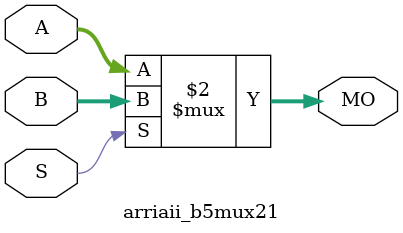
<source format=v>
module arriaii_b5mux21 (MO, A, B, S);
   input [4:0] A, B;
   input       S;
   output [4:0] MO; 
   assign MO = (S == 1) ? B : A; 
endmodule
</source>
